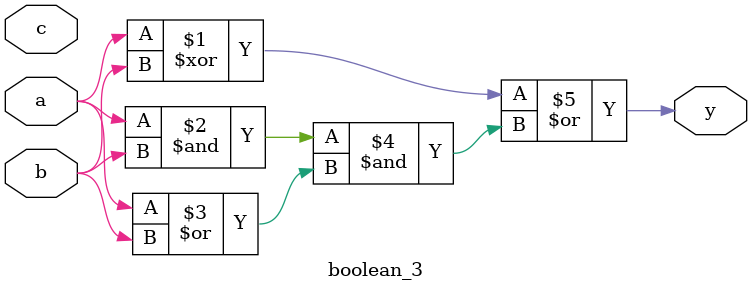
<source format=v>
`timescale 1ns / 1ps

module boolean_3(

    input a, b, c,
    output y

    );
    
    assign y = ((a^b)|((a&b)&(a|b)));
    /* My expression has two input a and b, but I take three inputs 
       only just to show that it will not effect the circuit as well
       as the simulation. 
    */
    
endmodule

</source>
